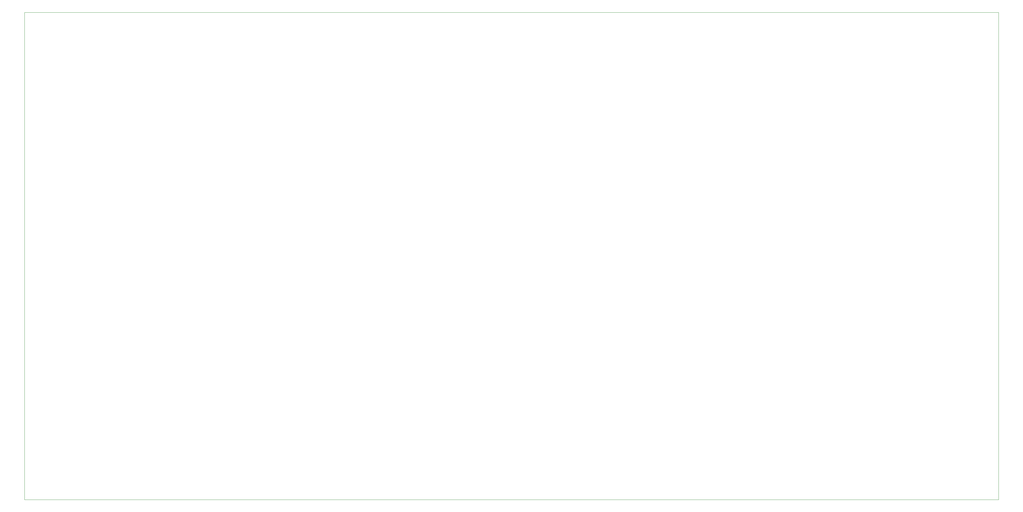
<source format=gbr>
%TF.GenerationSoftware,KiCad,Pcbnew,9.0.7*%
%TF.CreationDate,2026-01-24T11:24:44+03:00*%
%TF.ProjectId,greywater-fed hydroponic system,67726579-7761-4746-9572-2d6665642068,rev?*%
%TF.SameCoordinates,Original*%
%TF.FileFunction,Profile,NP*%
%FSLAX46Y46*%
G04 Gerber Fmt 4.6, Leading zero omitted, Abs format (unit mm)*
G04 Created by KiCad (PCBNEW 9.0.7) date 2026-01-24 11:24:44*
%MOMM*%
%LPD*%
G01*
G04 APERTURE LIST*
%TA.AperFunction,Profile*%
%ADD10C,0.050000*%
%TD*%
G04 APERTURE END LIST*
D10*
X66500000Y-50000000D02*
X366500000Y-50000000D01*
X366500000Y-200000000D01*
X66500000Y-200000000D01*
X66500000Y-50000000D01*
M02*

</source>
